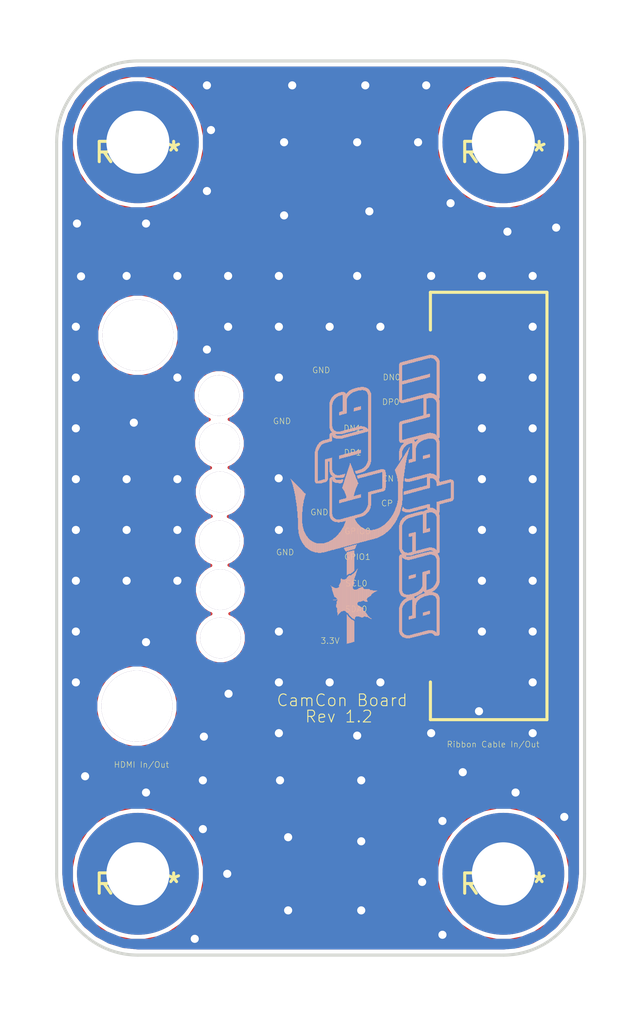
<source format=kicad_pcb>
(kicad_pcb (version 20171130) (host pcbnew "(5.0.0)")
  (layers (0 Top signal) (31 Bottom signal) (34 B.Paste user) (35 F.Paste user) (36 B.SilkS user) (37 F.SilkS user) (38 B.Mask user) (39 F.Mask user) (44 Edge.Cuts user))
  (net 0 "")
  (net 1 GND)
  (net 2 "Net-(J1-Pad2)")
  (net 3 "Net-(J1-Pad3)")
  (net 4 "Net-(J1-Pad5)")
  (net 5 "Net-(J1-Pad6)")
  (net 6 "Net-(J1-Pad8)")
  (net 7 "Net-(J1-Pad9)")
  (net 8 "Net-(J1-Pad12)")
  (net 9 "Net-(J1-Pad11)")
  (net 10 "Net-(J1-Pad13)")
  (net 11 "Net-(J1-Pad14)")
  (net 12 "Net-(J1-Pad15)")
  (module EER:CON15_1X15_DRB_SFW (layer Top) (at 151.765669 104.898905 270)
    (fp_text reference J1 hide)
    (fp_text value SFW15R-1STE1LF hide)
    (pad 15 smd rect (at 7 -2.7559 180) (size 2.0066 0.6096) (layers Top F.Paste F.Mask) (net 12 "Net-(J1-Pad15)"))
    (pad 14 smd rect (at 5.999996 -2.7559 180) (size 2.0066 0.6096) (layers Top F.Paste F.Mask) (net 11 "Net-(J1-Pad14)"))
    (pad 13 smd rect (at 5 -2.7559 180) (size 2.0066 0.6096) (layers Top F.Paste F.Mask) (net 10 "Net-(J1-Pad13)"))
    (pad 12 smd rect (at 4 -2.7559 180) (size 2.0066 0.6096) (layers Top F.Paste F.Mask) (net 8 "Net-(J1-Pad12)"))
    (pad 11 smd rect (at 3 -2.7559 180) (size 2.0066 0.6096) (layers Top F.Paste F.Mask) (net 9 "Net-(J1-Pad11)"))
    (pad 10 smd rect (at 2 -2.7559 180) (size 2.0066 0.6096) (layers Top F.Paste F.Mask) (net 1 GND))
    (pad 9 smd rect (at 0.999996 -2.7559 180) (size 2.0066 0.6096) (layers Top F.Paste F.Mask) (net 7 "Net-(J1-Pad9)"))
    (pad 8 smd rect (at 0 -2.7559 180) (size 2.0066 0.6096) (layers Top F.Paste F.Mask) (net 6 "Net-(J1-Pad8)"))
    (pad 7 smd rect (at -1 -2.7559 180) (size 2.0066 0.6096) (layers Top F.Paste F.Mask) (net 1 GND))
    (pad 6 smd rect (at -2 -2.7559 180) (size 2.0066 0.6096) (layers Top F.Paste F.Mask) (net 5 "Net-(J1-Pad6)"))
    (pad 5 smd rect (at -3.000003 -2.7559 180) (size 2.0066 0.6096) (layers Top F.Paste F.Mask) (net 4 "Net-(J1-Pad5)"))
    (pad 4 smd rect (at -4.000003 -2.7559 180) (size 2.0066 0.6096) (layers Top F.Paste F.Mask) (net 1 GND))
    (pad 3 smd rect (at -5 -2.7559 180) (size 2.0066 0.6096) (layers Top F.Paste F.Mask) (net 3 "Net-(J1-Pad3)"))
    (pad 2 smd rect (at -6 -2.7559 180) (size 2.0066 0.6096) (layers Top F.Paste F.Mask) (net 2 "Net-(J1-Pad2)"))
    (pad 1 smd rect (at -7 -2.7559 180) (size 2.0066 0.6096) (layers Top F.Paste F.Mask) (net 1 GND))
    (pad 16 smd rect (at -8.001 -4.8641 270) (size 0.7112 4.191) (layers Top F.Paste F.Mask) (net 1 GND))
    (pad 17 smd rect (at 8.001 -4.8641 270) (size 0.7112 4.191) (layers Top F.Paste F.Mask) (net 1 GND))
  )
  (module EER:M3STANDOFF (layer Top) (at 140 123)
    (fp_text reference REF** (at 0 0.5) (layer F.SilkS))
    (fp_text value M3STANDOFF)
    (pad 1 thru_hole circle (at 0 0) (size 6 6) (drill 3.1) (layers *.Cu *.Mask))
  )
  (module EER:M3STANDOFF (layer Top) (at 158 123)
    (fp_text reference REF** (at 0 0.5) (layer F.SilkS))
    (fp_text value M3STANDOFF)
    (pad 1 thru_hole circle (at 0 0) (size 6 6) (drill 3.1) (layers *.Cu *.Mask))
  )
  (module EER:M3STANDOFF (layer Top) (at 158 87)
    (fp_text reference REF** (at 0 0.5) (layer F.SilkS))
    (fp_text value M3STANDOFF)
    (pad 1 thru_hole circle (at 0 0) (size 6 6) (drill 3.1) (layers *.Cu *.Mask))
  )
  (module "" (layer Top) (at 143.990669 99.463905)
    (fp_text reference @HOLE4 hide)
    (fp_text value "" (at 0 0) (layer F.SilkS) (effects (font (size 1.27 1.27))))
    (pad "" thru_hole circle (at 0 0) (size 2 2) (drill 2) (layers *.Cu *.Mask))
  )
  (module "" (layer Top) (at 144.018 101.82098)
    (fp_text reference @HOLE5 hide)
    (fp_text value "" (at 0 0) (layer F.SilkS) (effects (font (size 1.27 1.27))))
    (pad "" thru_hole circle (at 0 0) (size 2 2) (drill 2) (layers *.Cu *.Mask))
  )
  (module "" (layer Top) (at 144.04848 104.20604)
    (fp_text reference @HOLE6 hide)
    (fp_text value "" (at 0 0) (layer F.SilkS) (effects (font (size 1.27 1.27))))
    (pad "" thru_hole circle (at 0 0) (size 2 2) (drill 2) (layers *.Cu *.Mask))
  )
  (module "" (layer Top) (at 144.018 106.62158)
    (fp_text reference @HOLE7 hide)
    (fp_text value "" (at 0 0) (layer F.SilkS) (effects (font (size 1.27 1.27))))
    (pad "" thru_hole circle (at 0 0) (size 2 2) (drill 2) (layers *.Cu *.Mask))
  )
  (module "" (layer Top) (at 144.05864 109.01426)
    (fp_text reference @HOLE8 hide)
    (fp_text value "" (at 0 0) (layer F.SilkS) (effects (font (size 1.27 1.27))))
    (pad "" thru_hole circle (at 0 0) (size 2 2) (drill 2) (layers *.Cu *.Mask))
  )
  (module "" (layer Top) (at 144.0688 111.3917)
    (fp_text reference @HOLE9 hide)
    (fp_text value "" (at 0 0) (layer F.SilkS) (effects (font (size 1.27 1.27))))
    (pad "" thru_hole circle (at 0 0) (size 2 2) (drill 2) (layers *.Cu *.Mask))
  )
  (module "" (layer Top) (at 140 96.5)
    (fp_text reference @HOLE10 hide)
    (fp_text value "" (at 0 0) (layer F.SilkS) (effects (font (size 1.27 1.27))))
    (pad "" thru_hole circle (at 0 0) (size 3.5 3.5) (drill 3.5) (layers *.Cu *.Mask))
  )
  (module "" (layer Top) (at 139.950669 114.75)
    (fp_text reference @HOLE11 hide)
    (fp_text value "" (at 0 0) (layer F.SilkS) (effects (font (size 1.27 1.27))))
    (pad "" thru_hole circle (at 0 0) (size 3.5 3.5) (drill 3.5) (layers *.Cu *.Mask))
  )
  (module "CamCon Board Rev 1.1:SOLDERPAD-CAMCON" (layer Top) (at 151.070669 98.578905 90)
    (fp_text reference U$1 hide)
    (fp_text value SOLDERPAD-CAMCON hide)
    (pad P$1 smd rect (at 0 0 90) (size 1 1.5) (layers Top F.Paste F.Mask) (net 2 "Net-(J1-Pad2)"))
  )
  (module "CamCon Board Rev 1.1:SOLDERPAD-CAMCON" (layer Top) (at 148.995669 99.268905 90)
    (fp_text reference U$2 hide)
    (fp_text value SOLDERPAD-CAMCON hide)
    (pad P$1 smd rect (at 0 0 90) (size 1 1.5) (layers Top F.Paste F.Mask) (net 1 GND))
  )
  (module "CamCon Board Rev 1.1:SOLDERPAD-CAMCON" (layer Top) (at 151.070669 99.858905 90)
    (fp_text reference U$3 hide)
    (fp_text value SOLDERPAD-CAMCON hide)
    (pad P$1 smd rect (at 0 0 90) (size 1 1.5) (layers Top F.Paste F.Mask) (net 3 "Net-(J1-Pad3)"))
  )
  (module "CamCon Board Rev 1.1:SOLDERPAD-CAMCON" (layer Top) (at 147.210669 108.188905 90)
    (fp_text reference U$4 hide)
    (fp_text value SOLDERPAD-CAMCON hide)
    (pad P$1 smd rect (at 0 0 90) (size 1 1.5) (layers Top F.Paste F.Mask) (net 1 GND))
  )
  (module "CamCon Board Rev 1.1:SOLDERPAD-CAMCON" (layer Top) (at 149.080669 101.078905 90)
    (fp_text reference U$5 hide)
    (fp_text value SOLDERPAD-CAMCON hide)
    (pad P$1 smd rect (at 0 0 90) (size 1 1.5) (layers Top F.Paste F.Mask) (net 4 "Net-(J1-Pad5)"))
  )
  (module "CamCon Board Rev 1.1:SOLDERPAD-CAMCON" (layer Top) (at 149.075669 102.378905 90)
    (fp_text reference U$6 hide)
    (fp_text value SOLDERPAD-CAMCON hide)
    (pad P$1 smd rect (at 0 0 90) (size 1 1.5) (layers Top F.Paste F.Mask) (net 5 "Net-(J1-Pad6)"))
  )
  (module "CamCon Board Rev 1.1:SOLDERPAD-CAMCON" (layer Top) (at 147.050669 101.828905 90)
    (fp_text reference U$7 hide)
    (fp_text value SOLDERPAD-CAMCON hide)
    (pad P$1 smd rect (at 0 0 90) (size 1 1.5) (layers Top F.Paste F.Mask) (net 1 GND))
  )
  (module "CamCon Board Rev 1.1:SOLDERPAD-CAMCON" (layer Top) (at 151.025669 103.608905 90)
    (fp_text reference U$8 hide)
    (fp_text value SOLDERPAD-CAMCON hide)
    (pad P$1 smd rect (at 0 0 90) (size 1 1.5) (layers Top F.Paste F.Mask) (net 6 "Net-(J1-Pad8)"))
  )
  (module "CamCon Board Rev 1.1:SOLDERPAD-CAMCON" (layer Top) (at 148.95068 104.27462 90)
    (fp_text reference U$9 hide)
    (fp_text value SOLDERPAD-CAMCON hide)
    (pad P$1 smd rect (at 0 0 90) (size 1 1.5) (layers Top F.Paste F.Mask) (net 1 GND))
  )
  (module "CamCon Board Rev 1.1:SOLDERPAD-CAMCON" (layer Top) (at 151.030669 104.913905 90)
    (fp_text reference U$10 hide)
    (fp_text value SOLDERPAD-CAMCON hide)
    (pad P$1 smd rect (at 0 0 90) (size 1 1.5) (layers Top F.Paste F.Mask) (net 7 "Net-(J1-Pad9)"))
  )
  (module "CamCon Board Rev 1.1:SOLDERPAD-CAMCON" (layer Top) (at 149.190669 107.578905 90)
    (fp_text reference U$11 hide)
    (fp_text value SOLDERPAD-CAMCON hide)
    (pad P$1 smd rect (at 0 0 90) (size 1 1.5) (layers Top F.Paste F.Mask) (net 8 "Net-(J1-Pad12)"))
  )
  (module "CamCon Board Rev 1.1:SOLDERPAD-CAMCON" (layer Top) (at 149.195669 106.308905 90)
    (fp_text reference U$12 hide)
    (fp_text value SOLDERPAD-CAMCON hide)
    (pad P$1 smd rect (at 0 0 90) (size 1 1.5) (layers Top F.Paste F.Mask) (net 9 "Net-(J1-Pad11)"))
  )
  (module "CamCon Board Rev 1.1:SOLDERPAD-CAMCON" (layer Top) (at 149.195669 108.843905 90)
    (fp_text reference U$13 hide)
    (fp_text value SOLDERPAD-CAMCON hide)
    (pad P$1 smd rect (at 0 0 90) (size 1 1.5) (layers Top F.Paste F.Mask) (net 10 "Net-(J1-Pad13)"))
  )
  (module "CamCon Board Rev 1.1:SOLDERPAD-CAMCON" (layer Top) (at 149.190669 110.128905 90)
    (fp_text reference U$14 hide)
    (fp_text value SOLDERPAD-CAMCON hide)
    (pad P$1 smd rect (at 0 0 90) (size 1 1.5) (layers Top F.Paste F.Mask) (net 11 "Net-(J1-Pad14)"))
  )
  (module "CamCon Board Rev 1.1:SOLDERPAD-CAMCON" (layer Top) (at 150.975669 111.548905 90)
    (fp_text reference U$15 hide)
    (fp_text value SOLDERPAD-CAMCON hide)
    (pad P$1 smd rect (at 0 0 90) (size 1 1.5) (layers Top F.Paste F.Mask) (net 12 "Net-(J1-Pad15)"))
  )
  (module EER:M3STANDOFF (layer Top) (at 140 87)
    (fp_text reference REF** (at 0 0.5) (layer F.SilkS))
    (fp_text value M3STANDOFF)
    (pad 1 thru_hole circle (at 0 0) (size 6 6) (drill 3.1) (layers *.Cu *.Mask))
  )
  (module EER:EERLOGO (layer Bottom) (at 145.8 114.2 90)
    (fp_text reference U$12 hide)
    (fp_text value EERLOGO hide)
  )
  (gr_line (start 158 83) (end 140 83) (layer Edge.Cuts) (width 0.15))
  (gr_arc (start 158 87) (end 162 87) (angle -90) (layer Edge.Cuts) (width 0.15))
  (gr_line (start 140 127) (end 158 127) (layer Edge.Cuts) (width 0.15))
  (gr_arc (start 158 123) (end 158 127) (angle -90) (layer Edge.Cuts) (width 0.15))
  (gr_arc (start 140 123) (end 136 123) (angle -90) (layer Edge.Cuts) (width 0.15))
  (gr_arc (start 140 87) (end 140 83) (angle -90) (layer Edge.Cuts) (width 0.15))
  (gr_line (start 162 123) (end 162 87) (layer Edge.Cuts) (width 0.15))
  (gr_line (start 136 123) (end 136 87) (layer Edge.Cuts) (width 0.15))
  (gr_text "HDMI In/Out" (at 138.8 117.8) (layer F.SilkS) (effects (font (size 0.28956 0.28956) (thickness 0.024384)) (justify left bottom)))
  (gr_text "Ribbon Cable In/Out" (at 155.2 116.8) (layer F.SilkS) (effects (font (size 0.28956 0.28956) (thickness 0.024384)) (justify left bottom)))
  (gr_text "CamCon Board" (at 146.8 114.8) (layer F.SilkS) (effects (font (size 0.57912 0.57912) (thickness 0.048768)) (justify left bottom)))
  (gr_text "Rev 1.2" (at 148.2 115.6) (layer F.SilkS) (effects (font (size 0.57912 0.57912) (thickness 0.048768)) (justify left bottom)))
  (gr_text GND (at 148.56968 98.3869) (layer F.SilkS) (effects (font (size 0.28956 0.28956) (thickness 0.024384)) (justify left bottom)))
  (gr_text GND (at 146.640669 100.893905) (layer F.SilkS) (effects (font (size 0.28956 0.28956) (thickness 0.024384)) (justify left bottom)))
  (gr_text GND (at 148.48078 105.37698) (layer F.SilkS) (effects (font (size 0.28956 0.28956) (thickness 0.024384)) (justify left bottom)))
  (gr_text GND (at 146.79422 107.34802) (layer F.SilkS) (effects (font (size 0.28956 0.28956) (thickness 0.024384)) (justify left bottom)))
  (gr_text 3.3V (at 148.98116 111.70412) (layer F.SilkS) (effects (font (size 0.28956 0.28956) (thickness 0.024384)) (justify left bottom)))
  (gr_text DN0 (at 152.04694 98.73488) (layer F.SilkS) (effects (font (size 0.28956 0.28956) (thickness 0.024384)) (justify left bottom)))
  (gr_text DN1 (at 150.114 101.24186) (layer F.SilkS) (effects (font (size 0.28956 0.28956) (thickness 0.024384)) (justify left bottom)))
  (gr_text CN (at 151.99614 103.72344) (layer F.SilkS) (effects (font (size 0.28956 0.28956) (thickness 0.024384)) (justify left bottom)))
  (gr_text CP (at 151.96566 104.93502) (layer F.SilkS) (effects (font (size 0.28956 0.28956) (thickness 0.024384)) (justify left bottom)))
  (gr_text DP0 (at 152.01138 99.949) (layer F.SilkS) (effects (font (size 0.28956 0.28956) (thickness 0.024384)) (justify left bottom)))
  (gr_text DP1 (at 150.13178 102.4382) (layer F.SilkS) (effects (font (size 0.28956 0.28956) (thickness 0.024384)) (justify left bottom)))
  (gr_text GPIO0 (at 150.15718 106.3117) (layer F.SilkS) (effects (font (size 0.28956 0.28956) (thickness 0.024384)) (justify left bottom)))
  (gr_text GPIO1 (at 150.14702 107.57408) (layer F.SilkS) (effects (font (size 0.28956 0.28956) (thickness 0.024384)) (justify left bottom)))
  (gr_text SCL0 (at 150.20798 108.8771) (layer F.SilkS) (effects (font (size 0.28956 0.28956) (thickness 0.024384)) (justify left bottom)))
  (gr_text SDA0 (at 150.18766 110.14202) (layer F.SilkS) (effects (font (size 0.28956 0.28956) (thickness 0.024384)) (justify left bottom)))
  (via (at 139.4441 93.57868) (size 0.8) (drill 0.4) (layers Top Bottom) (net 1))
  (via (at 141.9441 93.57868) (size 0.8) (drill 0.4) (layers Top Bottom) (net 1))
  (via (at 144.4441 93.57868) (size 0.8) (drill 0.4) (layers Top Bottom) (net 1))
  (via (at 146.9441 93.57868) (size 0.8) (drill 0.4) (layers Top Bottom) (net 1))
  (via (at 154.4441 93.57868) (size 0.8) (drill 0.4) (layers Top Bottom) (net 1))
  (via (at 156.9441 93.57868) (size 0.8) (drill 0.4) (layers Top Bottom) (net 1))
  (via (at 159.4441 93.57868) (size 0.8) (drill 0.4) (layers Top Bottom) (net 1))
  (via (at 136.9441 96.07868) (size 0.8) (drill 0.4) (layers Top Bottom) (net 1))
  (via (at 139.8 100.8) (size 0.8) (drill 0.4) (layers Top Bottom) (net 1))
  (via (at 143.4 97.2) (size 0.8) (drill 0.4) (layers Top Bottom) (net 1))
  (via (at 144.4441 96.07868) (size 0.8) (drill 0.4) (layers Top Bottom) (net 1))
  (via (at 146.9441 96.07868) (size 0.8) (drill 0.4) (layers Top Bottom) (net 1))
  (via (at 149.4441 96.07868) (size 0.8) (drill 0.4) (layers Top Bottom) (net 1))
  (via (at 151.9441 96.07868) (size 0.8) (drill 0.4) (layers Top Bottom) (net 1))
  (via (at 159.4441 96.07868) (size 0.8) (drill 0.4) (layers Top Bottom) (net 1))
  (via (at 136.9441 98.57868) (size 0.8) (drill 0.4) (layers Top Bottom) (net 1))
  (via (at 141.9441 98.57868) (size 0.8) (drill 0.4) (layers Top Bottom) (net 1))
  (via (at 146.9441 98.57868) (size 0.8) (drill 0.4) (layers Top Bottom) (net 1))
  (via (at 156.9441 98.57868) (size 0.8) (drill 0.4) (layers Top Bottom) (net 1))
  (via (at 159.4441 98.57868) (size 0.8) (drill 0.4) (layers Top Bottom) (net 1))
  (via (at 136.9441 101.07868) (size 0.8) (drill 0.4) (layers Top Bottom) (net 1))
  (via (at 156.9441 101.07868) (size 0.8) (drill 0.4) (layers Top Bottom) (net 1))
  (via (at 159.4441 101.07868) (size 0.8) (drill 0.4) (layers Top Bottom) (net 1))
  (via (at 136.9441 103.57868) (size 0.8) (drill 0.4) (layers Top Bottom) (net 1))
  (via (at 139.4441 103.57868) (size 0.8) (drill 0.4) (layers Top Bottom) (net 1))
  (via (at 141.9441 103.57868) (size 0.8) (drill 0.4) (layers Top Bottom) (net 1))
  (via (at 156.9441 103.57868) (size 0.8) (drill 0.4) (layers Top Bottom) (net 1))
  (via (at 159.4441 103.57868) (size 0.8) (drill 0.4) (layers Top Bottom) (net 1))
  (via (at 136.9441 106.07868) (size 0.8) (drill 0.4) (layers Top Bottom) (net 1))
  (via (at 139.4441 106.07868) (size 0.8) (drill 0.4) (layers Top Bottom) (net 1))
  (via (at 141.9441 106.07868) (size 0.8) (drill 0.4) (layers Top Bottom) (net 1))
  (via (at 146.9441 106.07868) (size 0.8) (drill 0.4) (layers Top Bottom) (net 1))
  (via (at 156.9441 106.07868) (size 0.8) (drill 0.4) (layers Top Bottom) (net 1))
  (via (at 159.4441 106.07868) (size 0.8) (drill 0.4) (layers Top Bottom) (net 1))
  (via (at 136.9441 108.57868) (size 0.8) (drill 0.4) (layers Top Bottom) (net 1))
  (via (at 139.4441 108.57868) (size 0.8) (drill 0.4) (layers Top Bottom) (net 1))
  (via (at 141.9441 108.57868) (size 0.8) (drill 0.4) (layers Top Bottom) (net 1))
  (via (at 156.9441 108.57868) (size 0.8) (drill 0.4) (layers Top Bottom) (net 1))
  (via (at 159.4441 108.57868) (size 0.8) (drill 0.4) (layers Top Bottom) (net 1))
  (via (at 136.9441 111.07868) (size 0.8) (drill 0.4) (layers Top Bottom) (net 1))
  (via (at 146.9441 111.07868) (size 0.8) (drill 0.4) (layers Top Bottom) (net 1))
  (via (at 156.9441 111.07868) (size 0.8) (drill 0.4) (layers Top Bottom) (net 1))
  (via (at 159.4441 111.07868) (size 0.8) (drill 0.4) (layers Top Bottom) (net 1))
  (via (at 136.9441 113.57868) (size 0.8) (drill 0.4) (layers Top Bottom) (net 1))
  (via (at 140.4 111.6) (size 0.8) (drill 0.4) (layers Top Bottom) (net 1))
  (via (at 144.46504 114.13998) (size 0.8) (drill 0.4) (layers Top Bottom) (net 1))
  (via (at 146.9441 113.57868) (size 0.8) (drill 0.4) (layers Top Bottom) (net 1))
  (via (at 149.4441 113.57868) (size 0.8) (drill 0.4) (layers Top Bottom) (net 1))
  (via (at 151.9441 113.57868) (size 0.8) (drill 0.4) (layers Top Bottom) (net 1))
  (via (at 159.4441 113.57868) (size 0.8) (drill 0.4) (layers Top Bottom) (net 1))
  (via (at 143.25 116.25) (size 0.8) (drill 0.4) (layers Top Bottom) (net 1))
  (via (at 146.9441 116.07868) (size 0.8) (drill 0.4) (layers Top Bottom) (net 1))
  (via (at 154.4441 116.07868) (size 0.8) (drill 0.4) (layers Top Bottom) (net 1))
  (via (at 159.4441 116.07868) (size 0.8) (drill 0.4) (layers Top Bottom) (net 1))
  (via (at 146.93392 103.53548) (size 0.8) (drill 0.4) (layers Top Bottom) (net 1))
  (via (at 150.8 93.57868) (size 0.8) (drill 0.4) (layers Top Bottom) (net 1))
  (via (at 150.8 116.2) (size 0.8) (drill 0.4) (layers Top Bottom) (net 1))
  (via (at 160.6 91.2) (size 0.8) (drill 0.4) (layers Top Bottom) (net 1))
  (via (at 154.2 84.2) (size 0.8) (drill 0.4) (layers Top Bottom) (net 1))
  (via (at 151.2 84.2) (size 0.8) (drill 0.4) (layers Top Bottom) (net 1))
  (via (at 147.6 84.2) (size 0.8) (drill 0.4) (layers Top Bottom) (net 1))
  (via (at 143.4 84.2) (size 0.8) (drill 0.4) (layers Top Bottom) (net 1))
  (via (at 137 91) (size 0.8) (drill 0.4) (layers Top Bottom) (net 1))
  (via (at 137.2 93.6) (size 0.8) (drill 0.4) (layers Top Bottom) (net 1))
  (via (at 140.4 91) (size 0.8) (drill 0.4) (layers Top Bottom) (net 1))
  (via (at 143.4 89.4) (size 0.8) (drill 0.4) (layers Top Bottom) (net 1))
  (via (at 143.6 86.4) (size 0.8) (drill 0.4) (layers Top Bottom) (net 1))
  (via (at 153.8 87) (size 0.8) (drill 0.4) (layers Top Bottom) (net 1))
  (via (at 155.4 90) (size 0.8) (drill 0.4) (layers Top Bottom) (net 1))
  (via (at 158.2 91.4) (size 0.8) (drill 0.4) (layers Top Bottom) (net 1))
  (via (at 147.2 90.6) (size 0.8) (drill 0.4) (layers Top Bottom) (net 1))
  (via (at 150.8 87) (size 0.8) (drill 0.4) (layers Top Bottom) (net 1))
  (via (at 147.2 87) (size 0.8) (drill 0.4) (layers Top Bottom) (net 1))
  (via (at 151.4 90.4) (size 0.8) (drill 0.4) (layers Top Bottom) (net 1))
  (via (at 137.4 118.2) (size 0.8) (drill 0.4) (layers Top Bottom) (net 1))
  (via (at 143.2 118.4) (size 0.8) (drill 0.4) (layers Top Bottom) (net 1))
  (via (at 140.4 119) (size 0.8) (drill 0.4) (layers Top Bottom) (net 1))
  (via (at 142.8 126.2) (size 0.8) (drill 0.4) (layers Top Bottom) (net 1))
  (via (at 144.4 123) (size 0.8) (drill 0.4) (layers Top Bottom) (net 1))
  (via (at 143.2 120.8) (size 0.8) (drill 0.4) (layers Top Bottom) (net 1))
  (via (at 155 126) (size 0.8) (drill 0.4) (layers Top Bottom) (net 1))
  (via (at 154 123.4) (size 0.8) (drill 0.4) (layers Top Bottom) (net 1))
  (via (at 155 120.4) (size 0.8) (drill 0.4) (layers Top Bottom) (net 1))
  (via (at 158.6 119) (size 0.8) (drill 0.4) (layers Top Bottom) (net 1))
  (via (at 161 120.2) (size 0.8) (drill 0.4) (layers Top Bottom) (net 1))
  (via (at 156 118) (size 0.8) (drill 0.4) (layers Top Bottom) (net 1))
  (via (at 151 118.4) (size 0.8) (drill 0.4) (layers Top Bottom) (net 1))
  (via (at 147 118.4) (size 0.8) (drill 0.4) (layers Top Bottom) (net 1))
  (via (at 147.4 121.2) (size 0.8) (drill 0.4) (layers Top Bottom) (net 1))
  (via (at 151 121.4) (size 0.8) (drill 0.4) (layers Top Bottom) (net 1))
  (via (at 147.4 124.8) (size 0.8) (drill 0.4) (layers Top Bottom) (net 1))
  (via (at 151 124.8) (size 0.8) (drill 0.4) (layers Top Bottom) (net 1))
  (via (at 156.8 115) (size 0.8) (drill 0.4) (layers Top Bottom) (net 1))
  (segment (start 151.070669 98.578905) (end 152.515669 98.578905) (width 0.1524) (layer Top) (net 2))
  (segment (start 152.515669 98.578905) (end 152.880669 98.943905) (width 0.1524) (layer Top) (net 2))
  (segment (start 152.880669 98.943905) (end 154.476569 98.943905) (width 0.1524) (layer Top) (net 2))
  (segment (start 154.476569 98.943905) (end 154.521569 98.898905) (width 0.1524) (layer Top) (net 2))
  (segment (start 151.070669 99.858905) (end 154.481569 99.858905) (width 0.1524) (layer Top) (net 3))
  (segment (start 154.481569 99.858905) (end 154.521569 99.898905) (width 0.1524) (layer Top) (net 3))
  (segment (start 149.080669 101.078905) (end 151.655669 101.078905) (width 0.1524) (layer Top) (net 4))
  (segment (start 151.655669 101.078905) (end 152.430669 101.853905) (width 0.1524) (layer Top) (net 4))
  (segment (start 152.430669 101.853905) (end 154.476572 101.853905) (width 0.1524) (layer Top) (net 4))
  (segment (start 154.476572 101.853905) (end 154.521569 101.898902) (width 0.1524) (layer Top) (net 4))
  (segment (start 154.521569 102.898905) (end 152.245669 102.898905) (width 0.1524) (layer Top) (net 5))
  (segment (start 152.245669 102.898905) (end 151.750669 102.403905) (width 0.1524) (layer Top) (net 5))
  (segment (start 151.750669 102.403905) (end 149.100669 102.403905) (width 0.1524) (layer Top) (net 5))
  (segment (start 149.100669 102.403905) (end 149.075669 102.378905) (width 0.1524) (layer Top) (net 5))
  (segment (start 151.025669 103.608905) (end 151.935669 103.608905) (width 0.1524) (layer Top) (net 6))
  (segment (start 151.935669 103.608905) (end 153.280669 104.953905) (width 0.1524) (layer Top) (net 6))
  (segment (start 153.280669 104.953905) (end 154.466569 104.953905) (width 0.1524) (layer Top) (net 6))
  (segment (start 154.466569 104.953905) (end 154.521569 104.898905) (width 0.1524) (layer Top) (net 6))
  (segment (start 154.521569 105.898902) (end 153.445665 105.898902) (width 0.1524) (layer Top) (net 7))
  (segment (start 153.445665 105.898902) (end 152.450669 104.903905) (width 0.1524) (layer Top) (net 7))
  (segment (start 152.450669 104.903905) (end 151.040669 104.903905) (width 0.1524) (layer Top) (net 7))
  (segment (start 151.040669 104.903905) (end 151.030669 104.913905) (width 0.1524) (layer Top) (net 7))
  (segment (start 149.190669 107.578905) (end 151.315669 107.578905) (width 0.1524) (layer Top) (net 8))
  (segment (start 151.315669 107.578905) (end 152.630669 108.893905) (width 0.1524) (layer Top) (net 8))
  (segment (start 152.630669 108.893905) (end 154.516569 108.893905) (width 0.1524) (layer Top) (net 8))
  (segment (start 154.516569 108.893905) (end 154.521569 108.898905) (width 0.1524) (layer Top) (net 8))
  (segment (start 149.195669 106.308905) (end 151.325669 106.308905) (width 0.1524) (layer Top) (net 9))
  (segment (start 151.325669 106.308905) (end 152.650669 107.633905) (width 0.1524) (layer Top) (net 9))
  (segment (start 152.650669 107.633905) (end 152.650669 107.653905) (width 0.1524) (layer Top) (net 9))
  (segment (start 152.650669 107.653905) (end 152.910669 107.913905) (width 0.1524) (layer Top) (net 9))
  (segment (start 152.910669 107.913905) (end 154.506569 107.913905) (width 0.1524) (layer Top) (net 9))
  (segment (start 154.506569 107.913905) (end 154.521569 107.898905) (width 0.1524) (layer Top) (net 9))
  (segment (start 149.195669 108.843905) (end 151.410669 108.843905) (width 0.1524) (layer Top) (net 10))
  (segment (start 151.410669 108.843905) (end 152.470669 109.903905) (width 0.1524) (layer Top) (net 10))
  (segment (start 152.470669 109.903905) (end 154.516569 109.903905) (width 0.1524) (layer Top) (net 10))
  (segment (start 154.516569 109.903905) (end 154.521569 109.898905) (width 0.1524) (layer Top) (net 10))
  (segment (start 149.190669 110.128905) (end 151.635669 110.128905) (width 0.1524) (layer Top) (net 11))
  (segment (start 151.635669 110.128905) (end 152.120669 110.613905) (width 0.1524) (layer Top) (net 11))
  (segment (start 152.120669 110.613905) (end 152.120669 110.633905) (width 0.1524) (layer Top) (net 11))
  (segment (start 152.120669 110.633905) (end 152.560669 111.073905) (width 0.1524) (layer Top) (net 11))
  (segment (start 152.560669 111.073905) (end 154.346565 111.073905) (width 0.1524) (layer Top) (net 11))
  (segment (start 154.346565 111.073905) (end 154.521569 110.898902) (width 0.1524) (layer Top) (net 11))
  (segment (start 154.521569 111.898905) (end 152.705669 111.898905) (width 0.1524) (layer Top) (net 12))
  (segment (start 152.705669 111.898905) (end 152.500669 111.693905) (width 0.1524) (layer Top) (net 12))
  (segment (start 152.500669 111.693905) (end 151.120669 111.693905) (width 0.1524) (layer Top) (net 12))
  (segment (start 151.120669 111.693905) (end 150.975669 111.548905) (width 0.1524) (layer Top) (net 12))
  (zone (net 1) (net_name GND) (layer Top) (priority 6) (connect_pads (clearance 0.2)) (min_thickness 0.1524) (fill yes (arc_segments 32) (thermal_gap 0.2024) (thermal_bridge_width 0.2024))
    (polygon (pts (xy 163.64834 80.55588) (xy 163.75 129.75) (xy 133.56464 129.89986) (xy 133.75 80.5)))
  )
  (zone (net 1) (net_name GND) (layer Bottom) (connect_pads (clearance 0.2)) (min_thickness 0.254) (fill yes (arc_segments 16) (thermal_gap 0.508) (thermal_bridge_width 0.508))
    (polygon (pts (xy 133.25 80) (xy 164.34976 80.08382) (xy 164.75 130.25) (xy 133.20828 130.39732)))
  )
)
</source>
